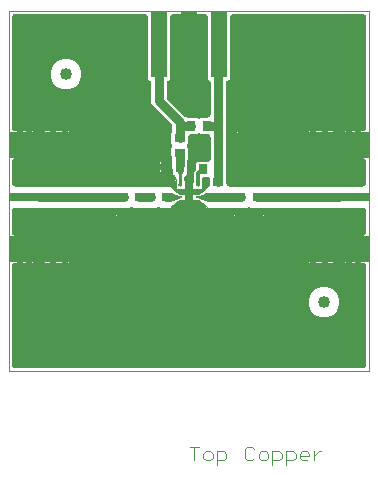
<source format=gbr>
G04 EAGLE Gerber RS-274X export*
G75*
%MOIN*%
%FSLAX34Y34*%
%LPD*%
%INTop Copper*%
%IPPOS*%
%AMOC8*
5,1,8,0,0,1.08239X$1,22.5*%
G01*
%ADD10C,0.000000*%
%ADD11C,0.004000*%
%ADD12R,0.015748X0.007874*%
%ADD13R,0.023622X0.043307*%
%ADD14R,0.200000X0.030000*%
%ADD15R,0.200000X0.090000*%
%ADD16R,0.027000X0.030000*%
%ADD17R,0.027559X0.035433*%
%ADD18R,0.035433X0.027559*%
%ADD19R,0.055000X0.220000*%
%ADD20C,0.040000*%
%ADD21R,0.030000X0.027000*%
%ADD22C,0.025000*%
%ADD23C,0.016000*%
%ADD24C,0.007000*%
%ADD25C,0.002000*%
%ADD26C,0.030000*%
%ADD27C,0.006000*%
%ADD28C,0.001000*%
%ADD29C,0.012000*%
%ADD30C,0.010000*%
%ADD31C,0.008000*%
%ADD32C,0.027000*%
%ADD33C,0.005000*%
%ADD34C,0.018000*%
%ADD35C,0.020000*%
%ADD36C,0.145000*%
%ADD37C,0.020000*%
%ADD38C,0.015000*%
%ADD39C,0.028000*%
%ADD40C,0.003000*%
%ADD41C,0.024000*%
%ADD42C,0.014000*%
%ADD43C,0.018000*%

G36*
X11802Y101D02*
X11802Y101D01*
X11803Y101D01*
X11810Y102D01*
X11818Y102D01*
X11819Y103D01*
X11821Y103D01*
X11828Y105D01*
X11835Y107D01*
X11836Y108D01*
X11838Y108D01*
X11844Y111D01*
X11851Y115D01*
X11852Y116D01*
X11853Y116D01*
X11859Y121D01*
X11865Y125D01*
X11866Y126D01*
X11867Y127D01*
X11872Y132D01*
X11877Y138D01*
X11878Y139D01*
X11879Y140D01*
X11883Y146D01*
X11887Y152D01*
X11888Y154D01*
X11889Y155D01*
X11891Y162D01*
X11894Y168D01*
X11894Y170D01*
X11895Y172D01*
X11897Y179D01*
X11898Y186D01*
X11898Y187D01*
X11899Y189D01*
X11899Y200D01*
X11899Y3510D01*
X11899Y3512D01*
X11899Y3513D01*
X11898Y3520D01*
X11898Y3528D01*
X11897Y3529D01*
X11897Y3531D01*
X11895Y3538D01*
X11893Y3545D01*
X11892Y3546D01*
X11892Y3548D01*
X11889Y3554D01*
X11885Y3561D01*
X11884Y3562D01*
X11884Y3563D01*
X11879Y3569D01*
X11875Y3575D01*
X11874Y3576D01*
X11873Y3577D01*
X11868Y3582D01*
X11862Y3587D01*
X11861Y3588D01*
X11860Y3589D01*
X11854Y3593D01*
X11848Y3597D01*
X11846Y3598D01*
X11845Y3599D01*
X11838Y3601D01*
X11832Y3604D01*
X11830Y3604D01*
X11828Y3605D01*
X11821Y3607D01*
X11814Y3608D01*
X11813Y3608D01*
X11811Y3609D01*
X11800Y3609D01*
X11189Y3609D01*
X11189Y3960D01*
X11189Y3962D01*
X11189Y3963D01*
X11188Y3970D01*
X11188Y3978D01*
X11187Y3979D01*
X11187Y3981D01*
X11185Y3988D01*
X11183Y3995D01*
X11182Y3996D01*
X11182Y3998D01*
X11179Y4004D01*
X11175Y4011D01*
X11174Y4012D01*
X11174Y4013D01*
X11169Y4019D01*
X11165Y4025D01*
X11164Y4026D01*
X11163Y4027D01*
X11158Y4032D01*
X11152Y4037D01*
X11151Y4038D01*
X11150Y4039D01*
X11144Y4043D01*
X11138Y4047D01*
X11136Y4048D01*
X11135Y4049D01*
X11128Y4051D01*
X11122Y4054D01*
X11120Y4054D01*
X11118Y4055D01*
X11111Y4057D01*
X11104Y4058D01*
X11103Y4058D01*
X11101Y4059D01*
X11090Y4059D01*
X10989Y4059D01*
X10989Y4061D01*
X11090Y4061D01*
X11092Y4061D01*
X11093Y4061D01*
X11100Y4062D01*
X11108Y4062D01*
X11109Y4063D01*
X11111Y4063D01*
X11118Y4065D01*
X11125Y4067D01*
X11126Y4068D01*
X11128Y4068D01*
X11134Y4071D01*
X11141Y4075D01*
X11142Y4076D01*
X11143Y4076D01*
X11149Y4081D01*
X11155Y4085D01*
X11156Y4086D01*
X11157Y4087D01*
X11162Y4092D01*
X11167Y4098D01*
X11168Y4099D01*
X11169Y4100D01*
X11173Y4106D01*
X11177Y4112D01*
X11178Y4114D01*
X11179Y4115D01*
X11181Y4122D01*
X11184Y4128D01*
X11184Y4130D01*
X11185Y4132D01*
X11187Y4139D01*
X11188Y4146D01*
X11188Y4147D01*
X11189Y4149D01*
X11189Y4160D01*
X11189Y4511D01*
X11800Y4511D01*
X11802Y4511D01*
X11803Y4511D01*
X11810Y4512D01*
X11818Y4512D01*
X11819Y4513D01*
X11821Y4513D01*
X11828Y4515D01*
X11835Y4517D01*
X11836Y4518D01*
X11838Y4518D01*
X11844Y4521D01*
X11851Y4525D01*
X11852Y4526D01*
X11853Y4526D01*
X11859Y4531D01*
X11865Y4535D01*
X11866Y4536D01*
X11867Y4537D01*
X11872Y4542D01*
X11877Y4548D01*
X11878Y4549D01*
X11879Y4550D01*
X11883Y4556D01*
X11887Y4562D01*
X11888Y4564D01*
X11889Y4565D01*
X11891Y4572D01*
X11894Y4578D01*
X11894Y4580D01*
X11895Y4582D01*
X11897Y4589D01*
X11898Y4596D01*
X11898Y4597D01*
X11899Y4599D01*
X11899Y4610D01*
X11899Y5350D01*
X11899Y5352D01*
X11899Y5353D01*
X11898Y5360D01*
X11898Y5368D01*
X11897Y5369D01*
X11897Y5371D01*
X11895Y5378D01*
X11893Y5385D01*
X11892Y5386D01*
X11892Y5388D01*
X11889Y5394D01*
X11885Y5401D01*
X11884Y5402D01*
X11884Y5403D01*
X11879Y5409D01*
X11875Y5415D01*
X11874Y5416D01*
X11873Y5417D01*
X11868Y5422D01*
X11862Y5427D01*
X11861Y5428D01*
X11860Y5429D01*
X11854Y5433D01*
X11848Y5437D01*
X11846Y5438D01*
X11845Y5439D01*
X11838Y5441D01*
X11832Y5444D01*
X11830Y5444D01*
X11828Y5445D01*
X11821Y5447D01*
X11814Y5448D01*
X11813Y5448D01*
X11811Y5449D01*
X11800Y5449D01*
X8880Y5449D01*
X8878Y5449D01*
X8877Y5449D01*
X8870Y5448D01*
X8862Y5448D01*
X8861Y5447D01*
X8859Y5447D01*
X8852Y5445D01*
X8845Y5443D01*
X8844Y5442D01*
X8842Y5442D01*
X8836Y5439D01*
X8829Y5435D01*
X8828Y5434D01*
X8827Y5434D01*
X8821Y5429D01*
X8815Y5425D01*
X8814Y5424D01*
X8813Y5423D01*
X8808Y5418D01*
X8803Y5412D01*
X8802Y5411D01*
X8801Y5410D01*
X8797Y5404D01*
X8793Y5398D01*
X8792Y5396D01*
X8791Y5395D01*
X8791Y5393D01*
X8719Y5393D01*
X8719Y5394D01*
X8715Y5401D01*
X8714Y5402D01*
X8714Y5403D01*
X8709Y5409D01*
X8705Y5415D01*
X8704Y5416D01*
X8703Y5417D01*
X8698Y5422D01*
X8692Y5427D01*
X8691Y5428D01*
X8690Y5429D01*
X8684Y5433D01*
X8678Y5437D01*
X8676Y5438D01*
X8675Y5439D01*
X8668Y5441D01*
X8662Y5444D01*
X8660Y5444D01*
X8658Y5445D01*
X8651Y5447D01*
X8644Y5448D01*
X8643Y5448D01*
X8641Y5449D01*
X8630Y5449D01*
X8628Y5449D01*
X8627Y5449D01*
X8620Y5448D01*
X8612Y5448D01*
X8611Y5447D01*
X8609Y5447D01*
X8602Y5445D01*
X8595Y5443D01*
X8594Y5442D01*
X8592Y5442D01*
X8586Y5439D01*
X8579Y5435D01*
X8578Y5434D01*
X8577Y5434D01*
X8571Y5429D01*
X8565Y5425D01*
X8564Y5424D01*
X8563Y5423D01*
X8558Y5418D01*
X8553Y5412D01*
X8552Y5411D01*
X8551Y5410D01*
X8547Y5404D01*
X8543Y5398D01*
X8542Y5396D01*
X8541Y5395D01*
X8541Y5393D01*
X8469Y5393D01*
X8469Y5394D01*
X8465Y5401D01*
X8464Y5402D01*
X8464Y5403D01*
X8459Y5409D01*
X8455Y5415D01*
X8454Y5416D01*
X8453Y5417D01*
X8448Y5422D01*
X8442Y5427D01*
X8441Y5428D01*
X8440Y5429D01*
X8434Y5433D01*
X8428Y5437D01*
X8426Y5438D01*
X8425Y5439D01*
X8418Y5441D01*
X8412Y5444D01*
X8410Y5444D01*
X8408Y5445D01*
X8401Y5447D01*
X8394Y5448D01*
X8393Y5448D01*
X8391Y5449D01*
X8380Y5449D01*
X8081Y5449D01*
X8038Y5467D01*
X8031Y5469D01*
X8025Y5471D01*
X8023Y5472D01*
X8021Y5472D01*
X8014Y5473D01*
X8008Y5474D01*
X8006Y5474D01*
X8004Y5475D01*
X7997Y5474D01*
X7990Y5474D01*
X7988Y5474D01*
X7986Y5474D01*
X7979Y5472D01*
X7973Y5471D01*
X7970Y5470D01*
X7969Y5470D01*
X7967Y5469D01*
X7962Y5467D01*
X7919Y5449D01*
X7630Y5449D01*
X7628Y5449D01*
X7627Y5449D01*
X7620Y5448D01*
X7612Y5448D01*
X7611Y5447D01*
X7609Y5447D01*
X7602Y5445D01*
X7595Y5443D01*
X7594Y5442D01*
X7592Y5442D01*
X7586Y5439D01*
X7579Y5435D01*
X7578Y5434D01*
X7577Y5434D01*
X7571Y5429D01*
X7565Y5425D01*
X7564Y5424D01*
X7563Y5423D01*
X7558Y5418D01*
X7553Y5412D01*
X7552Y5411D01*
X7551Y5410D01*
X7547Y5404D01*
X7543Y5398D01*
X7542Y5396D01*
X7541Y5395D01*
X7541Y5393D01*
X7380Y5393D01*
X7219Y5393D01*
X7219Y5394D01*
X7215Y5401D01*
X7214Y5402D01*
X7214Y5403D01*
X7209Y5409D01*
X7205Y5415D01*
X7204Y5416D01*
X7203Y5417D01*
X7198Y5422D01*
X7192Y5427D01*
X7191Y5428D01*
X7190Y5429D01*
X7184Y5433D01*
X7178Y5437D01*
X7176Y5438D01*
X7175Y5439D01*
X7168Y5441D01*
X7162Y5444D01*
X7160Y5444D01*
X7158Y5445D01*
X7151Y5447D01*
X7144Y5448D01*
X7143Y5448D01*
X7141Y5449D01*
X7130Y5449D01*
X6636Y5449D01*
X6635Y5449D01*
X6632Y5449D01*
X6593Y5448D01*
X6592Y5448D01*
X6555Y5463D01*
X6554Y5463D01*
X6551Y5464D01*
X6541Y5468D01*
X6538Y5469D01*
X6536Y5470D01*
X6533Y5471D01*
X6532Y5471D01*
X6530Y5472D01*
X6299Y5557D01*
X6297Y5557D01*
X6295Y5558D01*
X6289Y5560D01*
X6282Y5561D01*
X6280Y5562D01*
X6278Y5562D01*
X6267Y5563D01*
X6265Y5563D01*
X6264Y5563D01*
X6263Y5563D01*
X6177Y5563D01*
X6103Y5594D01*
X6070Y5626D01*
X6069Y5627D01*
X6068Y5629D01*
X6062Y5633D01*
X6057Y5638D01*
X6055Y5638D01*
X6054Y5639D01*
X6048Y5643D01*
X6041Y5646D01*
X6040Y5647D01*
X6038Y5648D01*
X6031Y5650D01*
X6025Y5652D01*
X6023Y5652D01*
X6021Y5653D01*
X6014Y5654D01*
X6007Y5655D01*
X6006Y5655D01*
X6004Y5655D01*
X5997Y5655D01*
X5990Y5655D01*
X5988Y5654D01*
X5986Y5654D01*
X5979Y5653D01*
X5972Y5651D01*
X5971Y5651D01*
X5969Y5650D01*
X5962Y5648D01*
X5956Y5645D01*
X5954Y5644D01*
X5953Y5643D01*
X5947Y5639D01*
X5941Y5636D01*
X5939Y5635D01*
X5938Y5634D01*
X5930Y5626D01*
X5897Y5594D01*
X5823Y5563D01*
X5735Y5563D01*
X5732Y5563D01*
X5729Y5563D01*
X5724Y5562D01*
X5718Y5561D01*
X5715Y5561D01*
X5712Y5560D01*
X5701Y5557D01*
X5471Y5472D01*
X5469Y5472D01*
X5467Y5471D01*
X5463Y5469D01*
X5459Y5468D01*
X5449Y5464D01*
X5447Y5464D01*
X5445Y5463D01*
X5408Y5448D01*
X5407Y5448D01*
X5368Y5449D01*
X5366Y5449D01*
X5364Y5449D01*
X5320Y5449D01*
X5319Y5449D01*
X5317Y5449D01*
X5310Y5448D01*
X5303Y5448D01*
X5301Y5447D01*
X5300Y5447D01*
X5298Y5447D01*
X5266Y5449D01*
X5264Y5449D01*
X5259Y5449D01*
X5061Y5449D01*
X5018Y5467D01*
X5011Y5469D01*
X5005Y5471D01*
X5003Y5472D01*
X5001Y5472D01*
X4994Y5473D01*
X4988Y5474D01*
X4986Y5474D01*
X4984Y5475D01*
X4977Y5474D01*
X4970Y5474D01*
X4968Y5474D01*
X4966Y5474D01*
X4959Y5472D01*
X4953Y5471D01*
X4950Y5470D01*
X4949Y5470D01*
X4947Y5469D01*
X4942Y5467D01*
X4899Y5449D01*
X4171Y5449D01*
X4128Y5467D01*
X4121Y5469D01*
X4115Y5471D01*
X4113Y5472D01*
X4111Y5472D01*
X4104Y5473D01*
X4098Y5474D01*
X4096Y5474D01*
X4094Y5475D01*
X4087Y5474D01*
X4080Y5474D01*
X4078Y5474D01*
X4076Y5474D01*
X4069Y5472D01*
X4063Y5471D01*
X4060Y5470D01*
X4059Y5470D01*
X4057Y5469D01*
X4052Y5467D01*
X4009Y5449D01*
X3690Y5449D01*
X3688Y5449D01*
X3687Y5449D01*
X3680Y5448D01*
X3672Y5448D01*
X3671Y5447D01*
X3669Y5447D01*
X3662Y5445D01*
X3655Y5443D01*
X3654Y5442D01*
X3652Y5442D01*
X3646Y5439D01*
X3639Y5435D01*
X3638Y5434D01*
X3637Y5434D01*
X3631Y5429D01*
X3625Y5425D01*
X3624Y5424D01*
X3623Y5423D01*
X3618Y5418D01*
X3613Y5412D01*
X3612Y5411D01*
X3611Y5410D01*
X3607Y5404D01*
X3603Y5398D01*
X3602Y5396D01*
X3601Y5395D01*
X3601Y5393D01*
X3440Y5393D01*
X3279Y5393D01*
X3279Y5394D01*
X3275Y5401D01*
X3274Y5402D01*
X3274Y5403D01*
X3269Y5409D01*
X3265Y5415D01*
X3264Y5416D01*
X3263Y5417D01*
X3258Y5422D01*
X3252Y5427D01*
X3251Y5428D01*
X3250Y5429D01*
X3244Y5433D01*
X3238Y5437D01*
X3236Y5438D01*
X3235Y5439D01*
X3228Y5441D01*
X3222Y5444D01*
X3220Y5444D01*
X3218Y5445D01*
X3211Y5447D01*
X3204Y5448D01*
X3203Y5448D01*
X3201Y5449D01*
X3190Y5449D01*
X200Y5449D01*
X198Y5449D01*
X197Y5449D01*
X190Y5448D01*
X182Y5448D01*
X181Y5447D01*
X179Y5447D01*
X172Y5445D01*
X165Y5443D01*
X164Y5442D01*
X162Y5442D01*
X156Y5439D01*
X149Y5435D01*
X148Y5434D01*
X147Y5434D01*
X141Y5429D01*
X135Y5425D01*
X134Y5424D01*
X133Y5423D01*
X128Y5418D01*
X123Y5412D01*
X122Y5411D01*
X121Y5410D01*
X117Y5404D01*
X113Y5398D01*
X112Y5396D01*
X111Y5395D01*
X109Y5388D01*
X106Y5382D01*
X106Y5380D01*
X105Y5378D01*
X103Y5371D01*
X102Y5364D01*
X102Y5363D01*
X101Y5361D01*
X101Y5350D01*
X101Y4610D01*
X101Y4608D01*
X101Y4607D01*
X102Y4600D01*
X102Y4592D01*
X103Y4591D01*
X103Y4589D01*
X105Y4582D01*
X107Y4575D01*
X108Y4574D01*
X108Y4572D01*
X111Y4566D01*
X115Y4559D01*
X116Y4558D01*
X116Y4557D01*
X121Y4551D01*
X125Y4545D01*
X126Y4544D01*
X127Y4543D01*
X132Y4538D01*
X138Y4533D01*
X139Y4532D01*
X140Y4531D01*
X146Y4527D01*
X152Y4523D01*
X154Y4522D01*
X155Y4521D01*
X162Y4519D01*
X168Y4516D01*
X170Y4516D01*
X172Y4515D01*
X179Y4513D01*
X186Y4512D01*
X187Y4512D01*
X189Y4511D01*
X200Y4511D01*
X811Y4511D01*
X811Y4160D01*
X811Y4158D01*
X811Y4157D01*
X812Y4150D01*
X812Y4142D01*
X813Y4141D01*
X813Y4139D01*
X815Y4132D01*
X817Y4125D01*
X818Y4124D01*
X818Y4122D01*
X821Y4116D01*
X825Y4109D01*
X826Y4108D01*
X826Y4107D01*
X831Y4101D01*
X835Y4095D01*
X836Y4094D01*
X837Y4093D01*
X842Y4088D01*
X848Y4083D01*
X849Y4082D01*
X850Y4081D01*
X856Y4077D01*
X862Y4073D01*
X864Y4072D01*
X865Y4071D01*
X872Y4069D01*
X878Y4066D01*
X880Y4066D01*
X882Y4065D01*
X889Y4063D01*
X896Y4062D01*
X897Y4062D01*
X899Y4061D01*
X910Y4061D01*
X1011Y4061D01*
X1011Y4059D01*
X910Y4059D01*
X908Y4059D01*
X907Y4059D01*
X900Y4058D01*
X892Y4058D01*
X891Y4057D01*
X889Y4057D01*
X882Y4055D01*
X875Y4053D01*
X874Y4052D01*
X872Y4052D01*
X866Y4049D01*
X859Y4045D01*
X858Y4044D01*
X857Y4044D01*
X851Y4039D01*
X845Y4035D01*
X844Y4034D01*
X843Y4033D01*
X838Y4028D01*
X833Y4022D01*
X832Y4021D01*
X831Y4020D01*
X827Y4014D01*
X823Y4008D01*
X822Y4006D01*
X821Y4005D01*
X819Y3998D01*
X816Y3992D01*
X816Y3990D01*
X815Y3988D01*
X813Y3981D01*
X812Y3974D01*
X812Y3973D01*
X811Y3971D01*
X811Y3960D01*
X811Y3609D01*
X200Y3609D01*
X198Y3609D01*
X197Y3609D01*
X190Y3608D01*
X182Y3608D01*
X181Y3607D01*
X179Y3607D01*
X172Y3605D01*
X165Y3603D01*
X164Y3602D01*
X162Y3602D01*
X156Y3599D01*
X149Y3595D01*
X148Y3594D01*
X147Y3594D01*
X141Y3589D01*
X135Y3585D01*
X134Y3584D01*
X133Y3583D01*
X128Y3578D01*
X123Y3572D01*
X122Y3571D01*
X121Y3570D01*
X117Y3564D01*
X113Y3558D01*
X112Y3556D01*
X111Y3555D01*
X109Y3548D01*
X106Y3542D01*
X106Y3540D01*
X105Y3538D01*
X103Y3531D01*
X102Y3524D01*
X102Y3523D01*
X101Y3521D01*
X101Y3510D01*
X101Y200D01*
X101Y198D01*
X101Y197D01*
X102Y190D01*
X102Y182D01*
X103Y181D01*
X103Y179D01*
X105Y172D01*
X107Y165D01*
X108Y164D01*
X108Y162D01*
X111Y156D01*
X115Y149D01*
X116Y148D01*
X116Y147D01*
X121Y141D01*
X125Y135D01*
X126Y134D01*
X127Y133D01*
X132Y128D01*
X138Y123D01*
X139Y122D01*
X140Y121D01*
X146Y117D01*
X152Y113D01*
X154Y112D01*
X155Y111D01*
X162Y109D01*
X168Y106D01*
X170Y106D01*
X172Y105D01*
X179Y103D01*
X186Y102D01*
X187Y102D01*
X189Y101D01*
X200Y101D01*
X11800Y101D01*
X11802Y101D01*
G37*
G36*
X4983Y6126D02*
X4983Y6126D01*
X4990Y6126D01*
X4992Y6126D01*
X4994Y6126D01*
X5001Y6128D01*
X5007Y6129D01*
X5010Y6130D01*
X5011Y6130D01*
X5013Y6131D01*
X5018Y6133D01*
X5061Y6151D01*
X5259Y6151D01*
X5261Y6151D01*
X5266Y6151D01*
X5299Y6153D01*
X5306Y6152D01*
X5308Y6152D01*
X5309Y6151D01*
X5320Y6151D01*
X5364Y6151D01*
X5365Y6151D01*
X5368Y6151D01*
X5407Y6152D01*
X5408Y6152D01*
X5411Y6152D01*
X5412Y6152D01*
X5414Y6151D01*
X5425Y6151D01*
X5426Y6151D01*
X5428Y6151D01*
X5429Y6151D01*
X5436Y6152D01*
X5444Y6152D01*
X5445Y6153D01*
X5447Y6153D01*
X5454Y6155D01*
X5461Y6157D01*
X5462Y6158D01*
X5464Y6158D01*
X5470Y6161D01*
X5477Y6165D01*
X5478Y6166D01*
X5479Y6166D01*
X5485Y6171D01*
X5491Y6175D01*
X5492Y6176D01*
X5493Y6177D01*
X5498Y6182D01*
X5503Y6188D01*
X5504Y6189D01*
X5505Y6190D01*
X5509Y6196D01*
X5513Y6202D01*
X5514Y6204D01*
X5515Y6205D01*
X5517Y6212D01*
X5520Y6218D01*
X5520Y6220D01*
X5521Y6222D01*
X5523Y6229D01*
X5524Y6236D01*
X5524Y6237D01*
X5525Y6239D01*
X5525Y6250D01*
X5525Y6283D01*
X5529Y6288D01*
X5529Y6290D01*
X5530Y6292D01*
X5533Y6298D01*
X5535Y6305D01*
X5535Y6307D01*
X5536Y6308D01*
X5537Y6315D01*
X5539Y6322D01*
X5539Y6325D01*
X5539Y6326D01*
X5539Y6328D01*
X5539Y6333D01*
X5539Y6458D01*
X5539Y6465D01*
X5538Y6472D01*
X5538Y6474D01*
X5538Y6476D01*
X5536Y6482D01*
X5534Y6489D01*
X5534Y6491D01*
X5533Y6493D01*
X5530Y6499D01*
X5527Y6505D01*
X5526Y6507D01*
X5525Y6509D01*
X5521Y6514D01*
X5518Y6520D01*
X5516Y6522D01*
X5515Y6523D01*
X5514Y6524D01*
X5510Y6528D01*
X5436Y6603D01*
X5429Y6609D01*
X5422Y6614D01*
X5414Y6619D01*
X5407Y6623D01*
X5398Y6626D01*
X5390Y6629D01*
X5381Y6630D01*
X5373Y6632D01*
X5364Y6631D01*
X5355Y6631D01*
X5347Y6630D01*
X5338Y6628D01*
X5337Y6628D01*
X5327Y6624D01*
X5322Y6622D01*
X5283Y6622D01*
X5283Y6800D01*
X5283Y6978D01*
X5313Y6978D01*
X5314Y6978D01*
X5316Y6978D01*
X5323Y6979D01*
X5330Y6979D01*
X5332Y6980D01*
X5334Y6980D01*
X5341Y6982D01*
X5347Y6984D01*
X5349Y6985D01*
X5351Y6985D01*
X5357Y6989D01*
X5363Y6992D01*
X5365Y6993D01*
X5366Y6993D01*
X5372Y6998D01*
X5378Y7002D01*
X5379Y7003D01*
X5380Y7004D01*
X5385Y7010D01*
X5390Y7015D01*
X5391Y7016D01*
X5392Y7017D01*
X5396Y7023D01*
X5400Y7029D01*
X5401Y7031D01*
X5401Y7032D01*
X5404Y7039D01*
X5407Y7046D01*
X5407Y7047D01*
X5408Y7049D01*
X5409Y7056D01*
X5411Y7063D01*
X5411Y7064D01*
X5411Y7066D01*
X5412Y7077D01*
X5412Y7434D01*
X5418Y7440D01*
X5419Y7441D01*
X5421Y7442D01*
X5425Y7448D01*
X5430Y7453D01*
X5430Y7455D01*
X5431Y7456D01*
X5435Y7462D01*
X5438Y7469D01*
X5439Y7470D01*
X5440Y7472D01*
X5442Y7479D01*
X5444Y7485D01*
X5445Y7487D01*
X5445Y7489D01*
X5446Y7496D01*
X5447Y7503D01*
X5447Y7504D01*
X5447Y7506D01*
X5447Y7513D01*
X5447Y7520D01*
X5446Y7522D01*
X5446Y7524D01*
X5445Y7531D01*
X5443Y7538D01*
X5443Y7539D01*
X5442Y7541D01*
X5440Y7548D01*
X5437Y7554D01*
X5436Y7556D01*
X5435Y7557D01*
X5431Y7563D01*
X5428Y7569D01*
X5427Y7571D01*
X5426Y7572D01*
X5418Y7580D01*
X5412Y7586D01*
X5412Y7946D01*
X5415Y7949D01*
X5419Y7954D01*
X5420Y7956D01*
X5422Y7957D01*
X5425Y7963D01*
X5429Y7969D01*
X5429Y7971D01*
X5430Y7972D01*
X5433Y7979D01*
X5435Y7985D01*
X5435Y7987D01*
X5436Y7989D01*
X5437Y7996D01*
X5439Y8003D01*
X5439Y8005D01*
X5439Y8007D01*
X5439Y8008D01*
X5439Y8014D01*
X5439Y8165D01*
X5439Y8172D01*
X5438Y8179D01*
X5438Y8181D01*
X5438Y8183D01*
X5436Y8189D01*
X5434Y8196D01*
X5434Y8198D01*
X5433Y8200D01*
X5430Y8206D01*
X5427Y8212D01*
X5426Y8214D01*
X5425Y8216D01*
X5421Y8221D01*
X5418Y8227D01*
X5416Y8229D01*
X5415Y8230D01*
X5414Y8231D01*
X5410Y8235D01*
X4787Y8858D01*
X4749Y8950D01*
X4749Y9590D01*
X4749Y9592D01*
X4749Y9593D01*
X4748Y9600D01*
X4748Y9608D01*
X4747Y9609D01*
X4747Y9611D01*
X4745Y9618D01*
X4743Y9625D01*
X4742Y9626D01*
X4742Y9628D01*
X4739Y9634D01*
X4735Y9641D01*
X4734Y9642D01*
X4734Y9643D01*
X4729Y9649D01*
X4725Y9655D01*
X4724Y9656D01*
X4723Y9657D01*
X4718Y9662D01*
X4712Y9667D01*
X4711Y9668D01*
X4710Y9669D01*
X4704Y9673D01*
X4698Y9677D01*
X4696Y9678D01*
X4695Y9679D01*
X4693Y9679D01*
X4624Y9748D01*
X4624Y11800D01*
X4624Y11802D01*
X4624Y11803D01*
X4623Y11810D01*
X4623Y11818D01*
X4622Y11819D01*
X4622Y11821D01*
X4620Y11828D01*
X4618Y11835D01*
X4617Y11836D01*
X4617Y11838D01*
X4614Y11844D01*
X4610Y11851D01*
X4609Y11852D01*
X4609Y11853D01*
X4604Y11859D01*
X4600Y11865D01*
X4599Y11866D01*
X4598Y11867D01*
X4593Y11872D01*
X4587Y11877D01*
X4586Y11878D01*
X4585Y11879D01*
X4579Y11883D01*
X4573Y11887D01*
X4571Y11888D01*
X4570Y11889D01*
X4563Y11891D01*
X4557Y11894D01*
X4555Y11894D01*
X4553Y11895D01*
X4546Y11897D01*
X4539Y11898D01*
X4538Y11898D01*
X4536Y11899D01*
X4525Y11899D01*
X200Y11899D01*
X198Y11899D01*
X197Y11899D01*
X190Y11898D01*
X182Y11898D01*
X181Y11897D01*
X179Y11897D01*
X172Y11895D01*
X165Y11893D01*
X164Y11892D01*
X162Y11892D01*
X156Y11889D01*
X149Y11885D01*
X148Y11884D01*
X147Y11884D01*
X141Y11879D01*
X135Y11875D01*
X134Y11874D01*
X133Y11873D01*
X128Y11868D01*
X123Y11862D01*
X122Y11861D01*
X121Y11860D01*
X117Y11854D01*
X113Y11848D01*
X112Y11846D01*
X111Y11845D01*
X109Y11838D01*
X106Y11832D01*
X106Y11830D01*
X105Y11828D01*
X103Y11821D01*
X102Y11814D01*
X102Y11813D01*
X101Y11811D01*
X101Y11800D01*
X101Y8090D01*
X101Y8088D01*
X101Y8087D01*
X102Y8080D01*
X102Y8072D01*
X103Y8071D01*
X103Y8069D01*
X105Y8062D01*
X107Y8055D01*
X108Y8054D01*
X108Y8052D01*
X111Y8046D01*
X115Y8039D01*
X116Y8038D01*
X116Y8037D01*
X121Y8031D01*
X125Y8025D01*
X126Y8024D01*
X127Y8023D01*
X132Y8018D01*
X138Y8013D01*
X139Y8012D01*
X140Y8011D01*
X146Y8007D01*
X152Y8003D01*
X154Y8002D01*
X155Y8001D01*
X162Y7999D01*
X168Y7996D01*
X170Y7996D01*
X172Y7995D01*
X179Y7993D01*
X186Y7992D01*
X187Y7992D01*
X189Y7991D01*
X200Y7991D01*
X811Y7991D01*
X811Y7640D01*
X811Y7638D01*
X811Y7637D01*
X812Y7630D01*
X812Y7622D01*
X813Y7621D01*
X813Y7619D01*
X815Y7612D01*
X817Y7605D01*
X818Y7604D01*
X818Y7602D01*
X821Y7596D01*
X825Y7589D01*
X826Y7588D01*
X826Y7587D01*
X831Y7581D01*
X835Y7575D01*
X836Y7574D01*
X837Y7573D01*
X842Y7568D01*
X848Y7563D01*
X849Y7562D01*
X850Y7561D01*
X856Y7557D01*
X862Y7553D01*
X864Y7552D01*
X865Y7551D01*
X872Y7549D01*
X878Y7546D01*
X880Y7546D01*
X882Y7545D01*
X889Y7543D01*
X896Y7542D01*
X897Y7542D01*
X899Y7541D01*
X910Y7541D01*
X1011Y7541D01*
X1011Y7539D01*
X910Y7539D01*
X908Y7539D01*
X907Y7539D01*
X900Y7538D01*
X892Y7538D01*
X891Y7537D01*
X889Y7537D01*
X882Y7535D01*
X875Y7533D01*
X874Y7532D01*
X872Y7532D01*
X866Y7529D01*
X859Y7525D01*
X858Y7524D01*
X857Y7524D01*
X851Y7519D01*
X845Y7515D01*
X844Y7514D01*
X843Y7513D01*
X838Y7508D01*
X833Y7502D01*
X832Y7501D01*
X831Y7500D01*
X827Y7494D01*
X823Y7488D01*
X822Y7486D01*
X821Y7485D01*
X819Y7478D01*
X816Y7472D01*
X816Y7470D01*
X815Y7468D01*
X813Y7461D01*
X812Y7454D01*
X812Y7453D01*
X811Y7451D01*
X811Y7440D01*
X811Y7089D01*
X200Y7089D01*
X198Y7089D01*
X197Y7089D01*
X190Y7088D01*
X182Y7088D01*
X181Y7087D01*
X179Y7087D01*
X172Y7085D01*
X165Y7083D01*
X164Y7082D01*
X162Y7082D01*
X156Y7079D01*
X149Y7075D01*
X148Y7074D01*
X147Y7074D01*
X141Y7069D01*
X135Y7065D01*
X134Y7064D01*
X133Y7063D01*
X128Y7058D01*
X123Y7052D01*
X122Y7051D01*
X121Y7050D01*
X117Y7044D01*
X113Y7038D01*
X112Y7036D01*
X111Y7035D01*
X109Y7028D01*
X106Y7022D01*
X106Y7020D01*
X105Y7018D01*
X103Y7011D01*
X102Y7004D01*
X102Y7003D01*
X101Y7001D01*
X101Y6990D01*
X101Y6250D01*
X101Y6248D01*
X101Y6247D01*
X102Y6240D01*
X102Y6232D01*
X103Y6231D01*
X103Y6229D01*
X105Y6222D01*
X107Y6215D01*
X108Y6214D01*
X108Y6212D01*
X111Y6206D01*
X115Y6199D01*
X116Y6198D01*
X116Y6197D01*
X121Y6191D01*
X125Y6185D01*
X126Y6184D01*
X127Y6183D01*
X132Y6178D01*
X138Y6173D01*
X139Y6172D01*
X140Y6171D01*
X146Y6167D01*
X152Y6163D01*
X154Y6162D01*
X155Y6161D01*
X162Y6159D01*
X168Y6156D01*
X170Y6156D01*
X172Y6155D01*
X179Y6153D01*
X186Y6152D01*
X187Y6152D01*
X189Y6151D01*
X200Y6151D01*
X4009Y6151D01*
X4052Y6133D01*
X4059Y6131D01*
X4065Y6129D01*
X4067Y6128D01*
X4069Y6128D01*
X4076Y6127D01*
X4082Y6126D01*
X4084Y6126D01*
X4086Y6125D01*
X4093Y6126D01*
X4100Y6126D01*
X4102Y6126D01*
X4104Y6126D01*
X4111Y6128D01*
X4117Y6129D01*
X4120Y6130D01*
X4121Y6130D01*
X4123Y6131D01*
X4128Y6133D01*
X4171Y6151D01*
X4899Y6151D01*
X4942Y6133D01*
X4949Y6131D01*
X4955Y6129D01*
X4957Y6128D01*
X4959Y6128D01*
X4966Y6127D01*
X4972Y6126D01*
X4974Y6126D01*
X4976Y6125D01*
X4983Y6126D01*
G37*
G36*
X8003Y6126D02*
X8003Y6126D01*
X8010Y6126D01*
X8012Y6126D01*
X8014Y6126D01*
X8021Y6128D01*
X8027Y6129D01*
X8030Y6130D01*
X8031Y6130D01*
X8033Y6131D01*
X8038Y6133D01*
X8081Y6151D01*
X11800Y6151D01*
X11802Y6151D01*
X11803Y6151D01*
X11810Y6152D01*
X11818Y6152D01*
X11819Y6153D01*
X11821Y6153D01*
X11828Y6155D01*
X11835Y6157D01*
X11836Y6158D01*
X11838Y6158D01*
X11844Y6161D01*
X11851Y6165D01*
X11852Y6166D01*
X11853Y6166D01*
X11859Y6171D01*
X11865Y6175D01*
X11866Y6176D01*
X11867Y6177D01*
X11872Y6182D01*
X11877Y6188D01*
X11878Y6189D01*
X11879Y6190D01*
X11883Y6196D01*
X11887Y6202D01*
X11888Y6204D01*
X11889Y6205D01*
X11891Y6212D01*
X11894Y6218D01*
X11894Y6220D01*
X11895Y6222D01*
X11897Y6229D01*
X11898Y6236D01*
X11898Y6237D01*
X11899Y6239D01*
X11899Y6250D01*
X11899Y6990D01*
X11899Y6992D01*
X11899Y6993D01*
X11898Y7000D01*
X11898Y7008D01*
X11897Y7009D01*
X11897Y7011D01*
X11895Y7018D01*
X11893Y7025D01*
X11892Y7026D01*
X11892Y7028D01*
X11889Y7034D01*
X11885Y7041D01*
X11884Y7042D01*
X11884Y7043D01*
X11879Y7049D01*
X11875Y7055D01*
X11874Y7056D01*
X11873Y7057D01*
X11868Y7062D01*
X11862Y7067D01*
X11861Y7068D01*
X11860Y7069D01*
X11854Y7073D01*
X11848Y7077D01*
X11846Y7078D01*
X11845Y7079D01*
X11838Y7081D01*
X11832Y7084D01*
X11830Y7084D01*
X11828Y7085D01*
X11821Y7087D01*
X11814Y7088D01*
X11813Y7088D01*
X11811Y7089D01*
X11800Y7089D01*
X11189Y7089D01*
X11189Y7440D01*
X11189Y7442D01*
X11189Y7443D01*
X11188Y7450D01*
X11188Y7458D01*
X11187Y7459D01*
X11187Y7461D01*
X11185Y7468D01*
X11183Y7475D01*
X11182Y7476D01*
X11182Y7478D01*
X11179Y7484D01*
X11175Y7491D01*
X11174Y7492D01*
X11174Y7493D01*
X11169Y7499D01*
X11165Y7505D01*
X11164Y7506D01*
X11163Y7507D01*
X11158Y7512D01*
X11152Y7517D01*
X11151Y7518D01*
X11150Y7519D01*
X11144Y7523D01*
X11138Y7527D01*
X11136Y7528D01*
X11135Y7529D01*
X11128Y7531D01*
X11122Y7534D01*
X11120Y7534D01*
X11118Y7535D01*
X11111Y7537D01*
X11104Y7538D01*
X11103Y7538D01*
X11101Y7539D01*
X11090Y7539D01*
X10989Y7539D01*
X10989Y7541D01*
X11090Y7541D01*
X11092Y7541D01*
X11093Y7541D01*
X11100Y7542D01*
X11108Y7542D01*
X11109Y7543D01*
X11111Y7543D01*
X11118Y7545D01*
X11125Y7547D01*
X11126Y7548D01*
X11128Y7548D01*
X11134Y7551D01*
X11141Y7555D01*
X11142Y7556D01*
X11143Y7556D01*
X11149Y7561D01*
X11155Y7565D01*
X11156Y7566D01*
X11157Y7567D01*
X11162Y7572D01*
X11167Y7578D01*
X11168Y7579D01*
X11169Y7580D01*
X11173Y7586D01*
X11177Y7592D01*
X11178Y7594D01*
X11179Y7595D01*
X11181Y7602D01*
X11184Y7608D01*
X11184Y7610D01*
X11185Y7612D01*
X11187Y7619D01*
X11188Y7626D01*
X11188Y7627D01*
X11189Y7629D01*
X11189Y7640D01*
X11189Y7991D01*
X11800Y7991D01*
X11802Y7991D01*
X11803Y7991D01*
X11810Y7992D01*
X11818Y7992D01*
X11819Y7993D01*
X11821Y7993D01*
X11828Y7995D01*
X11835Y7997D01*
X11836Y7998D01*
X11838Y7998D01*
X11844Y8001D01*
X11851Y8005D01*
X11852Y8006D01*
X11853Y8006D01*
X11859Y8011D01*
X11865Y8015D01*
X11866Y8016D01*
X11867Y8017D01*
X11872Y8022D01*
X11877Y8028D01*
X11878Y8029D01*
X11879Y8030D01*
X11883Y8036D01*
X11887Y8042D01*
X11888Y8044D01*
X11889Y8045D01*
X11891Y8052D01*
X11894Y8058D01*
X11894Y8060D01*
X11895Y8062D01*
X11897Y8069D01*
X11898Y8076D01*
X11898Y8077D01*
X11899Y8079D01*
X11899Y8090D01*
X11899Y11800D01*
X11899Y11802D01*
X11899Y11803D01*
X11898Y11810D01*
X11898Y11818D01*
X11897Y11819D01*
X11897Y11821D01*
X11895Y11828D01*
X11893Y11835D01*
X11892Y11836D01*
X11892Y11838D01*
X11889Y11844D01*
X11885Y11851D01*
X11884Y11852D01*
X11884Y11853D01*
X11879Y11859D01*
X11875Y11865D01*
X11874Y11866D01*
X11873Y11867D01*
X11868Y11872D01*
X11862Y11877D01*
X11861Y11878D01*
X11860Y11879D01*
X11854Y11883D01*
X11848Y11887D01*
X11846Y11888D01*
X11845Y11889D01*
X11838Y11891D01*
X11832Y11894D01*
X11830Y11894D01*
X11828Y11895D01*
X11821Y11897D01*
X11814Y11898D01*
X11813Y11898D01*
X11811Y11899D01*
X11800Y11899D01*
X7475Y11899D01*
X7473Y11899D01*
X7472Y11899D01*
X7465Y11898D01*
X7457Y11898D01*
X7456Y11897D01*
X7454Y11897D01*
X7447Y11895D01*
X7440Y11893D01*
X7439Y11892D01*
X7437Y11892D01*
X7431Y11889D01*
X7424Y11885D01*
X7423Y11884D01*
X7422Y11884D01*
X7416Y11879D01*
X7410Y11875D01*
X7409Y11874D01*
X7408Y11873D01*
X7403Y11868D01*
X7398Y11862D01*
X7397Y11861D01*
X7396Y11860D01*
X7392Y11854D01*
X7388Y11848D01*
X7387Y11846D01*
X7386Y11845D01*
X7384Y11838D01*
X7381Y11832D01*
X7381Y11830D01*
X7380Y11828D01*
X7378Y11821D01*
X7377Y11814D01*
X7377Y11813D01*
X7376Y11811D01*
X7376Y11800D01*
X7376Y9748D01*
X7317Y9689D01*
X7310Y9688D01*
X7302Y9688D01*
X7301Y9687D01*
X7299Y9687D01*
X7292Y9685D01*
X7285Y9683D01*
X7284Y9682D01*
X7282Y9682D01*
X7276Y9679D01*
X7269Y9675D01*
X7268Y9674D01*
X7267Y9674D01*
X7261Y9669D01*
X7255Y9665D01*
X7254Y9664D01*
X7253Y9663D01*
X7248Y9658D01*
X7243Y9652D01*
X7242Y9651D01*
X7241Y9650D01*
X7237Y9644D01*
X7233Y9638D01*
X7232Y9636D01*
X7231Y9635D01*
X7229Y9628D01*
X7226Y9622D01*
X7226Y9620D01*
X7225Y9618D01*
X7223Y9611D01*
X7222Y9604D01*
X7222Y9603D01*
X7221Y9601D01*
X7221Y9590D01*
X7221Y8054D01*
X7221Y8050D01*
X7221Y8047D01*
X7222Y8042D01*
X7222Y8036D01*
X7223Y8033D01*
X7224Y8029D01*
X7226Y8024D01*
X7227Y8019D01*
X7228Y8016D01*
X7230Y8013D01*
X7232Y8008D01*
X7235Y8003D01*
X7237Y8000D01*
X7238Y7997D01*
X7242Y7993D01*
X7245Y7989D01*
X7247Y7986D01*
X7250Y7984D01*
X7254Y7980D01*
X7258Y7977D01*
X7260Y7975D01*
X7263Y7972D01*
X7268Y7970D01*
X7272Y7967D01*
X7275Y7965D01*
X7278Y7964D01*
X7284Y7962D01*
X7288Y7960D01*
X7292Y7959D01*
X7295Y7958D01*
X7300Y7957D01*
X7306Y7956D01*
X7309Y7955D01*
X7312Y7955D01*
X7318Y7955D01*
X7323Y7955D01*
X7327Y7955D01*
X7330Y7955D01*
X7335Y7956D01*
X7341Y7957D01*
X7344Y7958D01*
X7345Y7958D01*
X7387Y7958D01*
X7387Y7780D01*
X7387Y7602D01*
X7345Y7602D01*
X7341Y7603D01*
X7338Y7604D01*
X7334Y7604D01*
X7329Y7605D01*
X7324Y7605D01*
X7320Y7605D01*
X7317Y7605D01*
X7311Y7605D01*
X7306Y7604D01*
X7303Y7604D01*
X7299Y7603D01*
X7294Y7602D01*
X7289Y7600D01*
X7286Y7599D01*
X7282Y7598D01*
X7278Y7596D01*
X7273Y7593D01*
X7270Y7592D01*
X7267Y7590D01*
X7262Y7587D01*
X7258Y7584D01*
X7255Y7581D01*
X7253Y7579D01*
X7249Y7575D01*
X7245Y7571D01*
X7243Y7569D01*
X7241Y7566D01*
X7238Y7561D01*
X7235Y7557D01*
X7233Y7554D01*
X7231Y7551D01*
X7229Y7546D01*
X7227Y7541D01*
X7226Y7538D01*
X7225Y7535D01*
X7224Y7529D01*
X7222Y7524D01*
X7222Y7521D01*
X7221Y7517D01*
X7221Y7507D01*
X7221Y7506D01*
X7221Y7457D01*
X7221Y7456D01*
X7221Y7454D01*
X7222Y7447D01*
X7222Y7440D01*
X7223Y7438D01*
X7223Y7436D01*
X7225Y7429D01*
X7227Y7423D01*
X7228Y7421D01*
X7228Y7419D01*
X7231Y7413D01*
X7235Y7407D01*
X7236Y7405D01*
X7236Y7404D01*
X7241Y7398D01*
X7245Y7392D01*
X7246Y7391D01*
X7247Y7390D01*
X7252Y7385D01*
X7258Y7380D01*
X7259Y7379D01*
X7260Y7378D01*
X7266Y7374D01*
X7272Y7370D01*
X7274Y7369D01*
X7275Y7369D01*
X7282Y7366D01*
X7288Y7363D01*
X7290Y7363D01*
X7292Y7362D01*
X7299Y7361D01*
X7306Y7359D01*
X7307Y7359D01*
X7309Y7359D01*
X7320Y7358D01*
X7377Y7358D01*
X7377Y7180D01*
X7377Y7002D01*
X7320Y7002D01*
X7318Y7002D01*
X7317Y7002D01*
X7310Y7001D01*
X7302Y7001D01*
X7301Y7000D01*
X7299Y7000D01*
X7292Y6998D01*
X7285Y6996D01*
X7284Y6995D01*
X7282Y6995D01*
X7276Y6991D01*
X7269Y6988D01*
X7268Y6987D01*
X7267Y6987D01*
X7261Y6982D01*
X7255Y6978D01*
X7254Y6977D01*
X7253Y6976D01*
X7248Y6970D01*
X7243Y6965D01*
X7242Y6964D01*
X7241Y6963D01*
X7237Y6957D01*
X7233Y6951D01*
X7232Y6949D01*
X7231Y6948D01*
X7229Y6941D01*
X7226Y6934D01*
X7226Y6933D01*
X7225Y6931D01*
X7223Y6924D01*
X7222Y6917D01*
X7222Y6916D01*
X7221Y6914D01*
X7221Y6903D01*
X7221Y6564D01*
X7221Y6557D01*
X7222Y6550D01*
X7222Y6548D01*
X7222Y6546D01*
X7224Y6539D01*
X7226Y6533D01*
X7226Y6531D01*
X7227Y6529D01*
X7230Y6523D01*
X7233Y6517D01*
X7234Y6515D01*
X7235Y6513D01*
X7239Y6508D01*
X7242Y6502D01*
X7244Y6500D01*
X7245Y6499D01*
X7246Y6497D01*
X7248Y6496D01*
X7248Y6250D01*
X7248Y6248D01*
X7248Y6247D01*
X7249Y6240D01*
X7249Y6232D01*
X7250Y6231D01*
X7250Y6229D01*
X7252Y6222D01*
X7254Y6215D01*
X7255Y6214D01*
X7255Y6212D01*
X7259Y6206D01*
X7262Y6199D01*
X7263Y6198D01*
X7263Y6197D01*
X7268Y6191D01*
X7272Y6185D01*
X7273Y6184D01*
X7274Y6183D01*
X7280Y6178D01*
X7285Y6173D01*
X7286Y6172D01*
X7287Y6171D01*
X7293Y6167D01*
X7299Y6163D01*
X7301Y6162D01*
X7302Y6161D01*
X7309Y6159D01*
X7316Y6156D01*
X7317Y6156D01*
X7319Y6155D01*
X7326Y6153D01*
X7333Y6152D01*
X7334Y6152D01*
X7336Y6151D01*
X7347Y6151D01*
X7919Y6151D01*
X7962Y6133D01*
X7969Y6131D01*
X7975Y6129D01*
X7977Y6128D01*
X7979Y6128D01*
X7986Y6127D01*
X7992Y6126D01*
X7994Y6126D01*
X7996Y6125D01*
X8003Y6126D01*
G37*
G36*
X6333Y8413D02*
X6333Y8413D01*
X6340Y8413D01*
X6342Y8414D01*
X6344Y8414D01*
X6351Y8415D01*
X6358Y8417D01*
X6359Y8417D01*
X6361Y8418D01*
X6368Y8420D01*
X6374Y8423D01*
X6376Y8424D01*
X6377Y8425D01*
X6383Y8429D01*
X6389Y8432D01*
X6391Y8433D01*
X6392Y8434D01*
X6400Y8442D01*
X6406Y8448D01*
X6620Y8448D01*
X6622Y8448D01*
X6623Y8448D01*
X6630Y8449D01*
X6638Y8449D01*
X6639Y8450D01*
X6641Y8450D01*
X6648Y8452D01*
X6655Y8454D01*
X6656Y8455D01*
X6658Y8455D01*
X6664Y8459D01*
X6671Y8462D01*
X6672Y8463D01*
X6673Y8463D01*
X6679Y8468D01*
X6685Y8472D01*
X6686Y8473D01*
X6687Y8474D01*
X6692Y8480D01*
X6697Y8485D01*
X6698Y8486D01*
X6699Y8487D01*
X6703Y8493D01*
X6707Y8499D01*
X6708Y8501D01*
X6709Y8502D01*
X6711Y8509D01*
X6714Y8516D01*
X6714Y8517D01*
X6715Y8519D01*
X6717Y8526D01*
X6718Y8533D01*
X6718Y8534D01*
X6719Y8536D01*
X6719Y8547D01*
X6719Y9612D01*
X6719Y9619D01*
X6718Y9626D01*
X6718Y9628D01*
X6718Y9630D01*
X6716Y9636D01*
X6714Y9643D01*
X6714Y9645D01*
X6713Y9647D01*
X6710Y9653D01*
X6707Y9659D01*
X6706Y9661D01*
X6705Y9663D01*
X6701Y9668D01*
X6698Y9674D01*
X6696Y9676D01*
X6695Y9677D01*
X6694Y9678D01*
X6690Y9682D01*
X6624Y9748D01*
X6624Y11800D01*
X6624Y11802D01*
X6624Y11803D01*
X6623Y11810D01*
X6623Y11818D01*
X6622Y11819D01*
X6622Y11821D01*
X6620Y11828D01*
X6618Y11835D01*
X6617Y11836D01*
X6617Y11838D01*
X6614Y11844D01*
X6610Y11851D01*
X6609Y11852D01*
X6609Y11853D01*
X6604Y11859D01*
X6600Y11865D01*
X6599Y11866D01*
X6598Y11867D01*
X6593Y11872D01*
X6587Y11877D01*
X6586Y11878D01*
X6585Y11879D01*
X6579Y11883D01*
X6573Y11887D01*
X6571Y11888D01*
X6570Y11889D01*
X6563Y11891D01*
X6557Y11894D01*
X6555Y11894D01*
X6553Y11895D01*
X6546Y11897D01*
X6539Y11898D01*
X6538Y11898D01*
X6536Y11899D01*
X6525Y11899D01*
X5475Y11899D01*
X5473Y11899D01*
X5472Y11899D01*
X5465Y11898D01*
X5457Y11898D01*
X5456Y11897D01*
X5454Y11897D01*
X5447Y11895D01*
X5440Y11893D01*
X5439Y11892D01*
X5437Y11892D01*
X5431Y11889D01*
X5424Y11885D01*
X5423Y11884D01*
X5422Y11884D01*
X5416Y11879D01*
X5410Y11875D01*
X5409Y11874D01*
X5408Y11873D01*
X5403Y11868D01*
X5398Y11862D01*
X5397Y11861D01*
X5396Y11860D01*
X5392Y11854D01*
X5388Y11848D01*
X5387Y11846D01*
X5386Y11845D01*
X5384Y11838D01*
X5381Y11832D01*
X5381Y11830D01*
X5380Y11828D01*
X5378Y11821D01*
X5377Y11814D01*
X5377Y11813D01*
X5376Y11811D01*
X5376Y11800D01*
X5376Y9748D01*
X5306Y9679D01*
X5299Y9675D01*
X5298Y9674D01*
X5297Y9674D01*
X5291Y9669D01*
X5285Y9665D01*
X5284Y9664D01*
X5283Y9663D01*
X5278Y9658D01*
X5273Y9652D01*
X5272Y9651D01*
X5271Y9650D01*
X5267Y9644D01*
X5263Y9638D01*
X5262Y9636D01*
X5261Y9635D01*
X5259Y9628D01*
X5256Y9622D01*
X5256Y9620D01*
X5255Y9618D01*
X5253Y9611D01*
X5252Y9604D01*
X5252Y9603D01*
X5251Y9601D01*
X5251Y9590D01*
X5251Y9145D01*
X5251Y9138D01*
X5252Y9131D01*
X5252Y9129D01*
X5252Y9127D01*
X5254Y9121D01*
X5256Y9114D01*
X5256Y9112D01*
X5257Y9110D01*
X5260Y9104D01*
X5263Y9098D01*
X5264Y9096D01*
X5265Y9094D01*
X5269Y9089D01*
X5272Y9083D01*
X5274Y9081D01*
X5275Y9080D01*
X5276Y9079D01*
X5280Y9075D01*
X5878Y8477D01*
X5883Y8473D01*
X5888Y8468D01*
X5890Y8467D01*
X5891Y8466D01*
X5897Y8462D01*
X5903Y8459D01*
X5905Y8458D01*
X5907Y8457D01*
X5913Y8455D01*
X5919Y8452D01*
X5921Y8452D01*
X5923Y8451D01*
X5930Y8450D01*
X5937Y8449D01*
X5939Y8448D01*
X5941Y8448D01*
X5943Y8448D01*
X5948Y8448D01*
X6254Y8448D01*
X6260Y8442D01*
X6261Y8441D01*
X6262Y8439D01*
X6268Y8435D01*
X6273Y8430D01*
X6275Y8430D01*
X6276Y8429D01*
X6282Y8425D01*
X6289Y8422D01*
X6290Y8421D01*
X6292Y8420D01*
X6299Y8418D01*
X6305Y8416D01*
X6307Y8415D01*
X6309Y8415D01*
X6316Y8414D01*
X6323Y8413D01*
X6324Y8413D01*
X6326Y8413D01*
X6333Y8413D01*
G37*
G36*
X6003Y5951D02*
X6003Y5951D01*
X6010Y5952D01*
X6012Y5952D01*
X6014Y5952D01*
X6021Y5954D01*
X6028Y5955D01*
X6029Y5956D01*
X6031Y5956D01*
X6038Y5959D01*
X6044Y5961D01*
X6046Y5962D01*
X6047Y5963D01*
X6053Y5967D01*
X6059Y5971D01*
X6061Y5972D01*
X6062Y5973D01*
X6070Y5980D01*
X6117Y6027D01*
X6121Y6032D01*
X6126Y6037D01*
X6127Y6039D01*
X6128Y6040D01*
X6131Y6046D01*
X6135Y6052D01*
X6136Y6054D01*
X6137Y6055D01*
X6139Y6062D01*
X6142Y6068D01*
X6142Y6070D01*
X6143Y6072D01*
X6144Y6079D01*
X6145Y6086D01*
X6145Y6088D01*
X6146Y6090D01*
X6145Y6092D01*
X6146Y6097D01*
X6146Y6266D01*
X6150Y6270D01*
X6155Y6275D01*
X6159Y6280D01*
X6160Y6282D01*
X6162Y6283D01*
X6165Y6289D01*
X6169Y6295D01*
X6169Y6297D01*
X6170Y6299D01*
X6173Y6305D01*
X6175Y6312D01*
X6175Y6314D01*
X6176Y6315D01*
X6177Y6322D01*
X6179Y6329D01*
X6179Y6332D01*
X6179Y6333D01*
X6179Y6335D01*
X6179Y6340D01*
X6179Y6640D01*
X6216Y6677D01*
X6221Y6683D01*
X6226Y6688D01*
X6227Y6689D01*
X6228Y6691D01*
X6231Y6697D01*
X6235Y6703D01*
X6236Y6704D01*
X6237Y6706D01*
X6239Y6713D01*
X6241Y6719D01*
X6242Y6721D01*
X6242Y6723D01*
X6244Y6730D01*
X6245Y6736D01*
X6245Y6739D01*
X6245Y6740D01*
X6245Y6742D01*
X6246Y6747D01*
X6246Y6936D01*
X6287Y6978D01*
X6620Y6978D01*
X6622Y6978D01*
X6623Y6978D01*
X6630Y6979D01*
X6638Y6979D01*
X6639Y6980D01*
X6641Y6980D01*
X6648Y6982D01*
X6655Y6984D01*
X6656Y6985D01*
X6658Y6985D01*
X6664Y6989D01*
X6671Y6992D01*
X6672Y6993D01*
X6673Y6993D01*
X6679Y6998D01*
X6685Y7002D01*
X6686Y7003D01*
X6687Y7004D01*
X6692Y7010D01*
X6697Y7015D01*
X6698Y7016D01*
X6699Y7017D01*
X6703Y7023D01*
X6707Y7029D01*
X6708Y7031D01*
X6709Y7032D01*
X6711Y7039D01*
X6714Y7046D01*
X6714Y7047D01*
X6715Y7049D01*
X6717Y7056D01*
X6718Y7063D01*
X6718Y7064D01*
X6719Y7066D01*
X6719Y7077D01*
X6719Y7793D01*
X6719Y7794D01*
X6719Y7796D01*
X6718Y7803D01*
X6718Y7810D01*
X6717Y7812D01*
X6717Y7814D01*
X6715Y7821D01*
X6713Y7827D01*
X6712Y7829D01*
X6712Y7831D01*
X6709Y7837D01*
X6705Y7843D01*
X6704Y7845D01*
X6704Y7846D01*
X6699Y7852D01*
X6695Y7858D01*
X6694Y7859D01*
X6693Y7860D01*
X6688Y7865D01*
X6682Y7870D01*
X6681Y7871D01*
X6680Y7872D01*
X6674Y7876D01*
X6668Y7880D01*
X6666Y7881D01*
X6665Y7881D01*
X6658Y7884D01*
X6652Y7887D01*
X6650Y7887D01*
X6648Y7888D01*
X6641Y7889D01*
X6634Y7891D01*
X6633Y7891D01*
X6631Y7891D01*
X6620Y7892D01*
X6406Y7892D01*
X6400Y7898D01*
X6399Y7899D01*
X6398Y7901D01*
X6392Y7905D01*
X6387Y7910D01*
X6385Y7910D01*
X6384Y7911D01*
X6378Y7915D01*
X6371Y7918D01*
X6370Y7919D01*
X6368Y7920D01*
X6361Y7922D01*
X6355Y7924D01*
X6353Y7925D01*
X6351Y7925D01*
X6344Y7926D01*
X6337Y7927D01*
X6336Y7927D01*
X6334Y7927D01*
X6327Y7927D01*
X6320Y7927D01*
X6318Y7926D01*
X6316Y7926D01*
X6309Y7925D01*
X6302Y7923D01*
X6301Y7923D01*
X6299Y7922D01*
X6292Y7920D01*
X6286Y7917D01*
X6284Y7916D01*
X6283Y7915D01*
X6277Y7911D01*
X6271Y7908D01*
X6269Y7907D01*
X6268Y7906D01*
X6260Y7898D01*
X6254Y7892D01*
X6067Y7892D01*
X6066Y7892D01*
X6064Y7892D01*
X6057Y7891D01*
X6050Y7891D01*
X6048Y7890D01*
X6046Y7890D01*
X6039Y7888D01*
X6033Y7886D01*
X6031Y7885D01*
X6029Y7885D01*
X6023Y7881D01*
X6017Y7878D01*
X6015Y7877D01*
X6014Y7877D01*
X6008Y7872D01*
X6002Y7868D01*
X6001Y7867D01*
X6000Y7866D01*
X5995Y7860D01*
X5990Y7855D01*
X5989Y7854D01*
X5988Y7853D01*
X5984Y7847D01*
X5980Y7841D01*
X5979Y7839D01*
X5979Y7838D01*
X5976Y7831D01*
X5973Y7824D01*
X5973Y7823D01*
X5972Y7821D01*
X5971Y7814D01*
X5969Y7807D01*
X5969Y7806D01*
X5969Y7804D01*
X5968Y7793D01*
X5968Y7586D01*
X5962Y7580D01*
X5961Y7579D01*
X5959Y7578D01*
X5955Y7572D01*
X5950Y7567D01*
X5950Y7565D01*
X5949Y7564D01*
X5945Y7558D01*
X5942Y7551D01*
X5941Y7550D01*
X5940Y7548D01*
X5938Y7541D01*
X5936Y7535D01*
X5935Y7533D01*
X5935Y7531D01*
X5934Y7524D01*
X5933Y7517D01*
X5933Y7516D01*
X5933Y7514D01*
X5933Y7507D01*
X5933Y7500D01*
X5934Y7498D01*
X5934Y7496D01*
X5935Y7489D01*
X5937Y7482D01*
X5937Y7481D01*
X5938Y7479D01*
X5940Y7472D01*
X5943Y7466D01*
X5944Y7464D01*
X5945Y7463D01*
X5949Y7457D01*
X5952Y7451D01*
X5953Y7449D01*
X5954Y7448D01*
X5962Y7440D01*
X5968Y7434D01*
X5968Y7074D01*
X5965Y7071D01*
X5961Y7066D01*
X5960Y7064D01*
X5958Y7063D01*
X5955Y7057D01*
X5951Y7051D01*
X5951Y7049D01*
X5950Y7048D01*
X5947Y7041D01*
X5945Y7035D01*
X5945Y7033D01*
X5944Y7031D01*
X5943Y7024D01*
X5941Y7017D01*
X5941Y7015D01*
X5941Y7013D01*
X5941Y7012D01*
X5941Y7006D01*
X5941Y6803D01*
X5940Y6802D01*
X5939Y6798D01*
X5938Y6794D01*
X5937Y6790D01*
X5936Y6785D01*
X5935Y6780D01*
X5935Y6775D01*
X5935Y6773D01*
X5935Y6772D01*
X5934Y6769D01*
X5934Y6581D01*
X5870Y6516D01*
X5865Y6511D01*
X5861Y6506D01*
X5860Y6504D01*
X5858Y6503D01*
X5855Y6497D01*
X5851Y6491D01*
X5851Y6489D01*
X5850Y6488D01*
X5847Y6481D01*
X5845Y6475D01*
X5845Y6473D01*
X5844Y6471D01*
X5843Y6464D01*
X5841Y6457D01*
X5841Y6455D01*
X5841Y6453D01*
X5841Y6452D01*
X5841Y6446D01*
X5841Y6363D01*
X5841Y6356D01*
X5842Y6349D01*
X5842Y6347D01*
X5842Y6345D01*
X5844Y6338D01*
X5846Y6332D01*
X5846Y6330D01*
X5847Y6328D01*
X5850Y6322D01*
X5853Y6315D01*
X5854Y6314D01*
X5855Y6312D01*
X5859Y6306D01*
X5862Y6301D01*
X5864Y6299D01*
X5865Y6298D01*
X5866Y6296D01*
X5870Y6292D01*
X5884Y6278D01*
X5884Y6098D01*
X5883Y6095D01*
X5883Y6094D01*
X5883Y6092D01*
X5882Y6085D01*
X5881Y6078D01*
X5881Y6076D01*
X5880Y6075D01*
X5881Y6067D01*
X5881Y6060D01*
X5881Y6059D01*
X5881Y6057D01*
X5883Y6050D01*
X5884Y6043D01*
X5885Y6041D01*
X5885Y6040D01*
X5888Y6033D01*
X5891Y6026D01*
X5892Y6025D01*
X5892Y6024D01*
X5896Y6018D01*
X5900Y6011D01*
X5901Y6010D01*
X5902Y6009D01*
X5909Y6001D01*
X5930Y5980D01*
X5931Y5979D01*
X5932Y5978D01*
X5938Y5973D01*
X5943Y5969D01*
X5945Y5968D01*
X5946Y5967D01*
X5952Y5964D01*
X5959Y5960D01*
X5960Y5959D01*
X5962Y5959D01*
X5969Y5957D01*
X5975Y5954D01*
X5977Y5954D01*
X5979Y5953D01*
X5986Y5952D01*
X5993Y5951D01*
X5994Y5951D01*
X5996Y5951D01*
X6003Y5951D01*
G37*
%LPC*%
G36*
X1800Y9399D02*
X1800Y9399D01*
X1616Y9475D01*
X1475Y9616D01*
X1399Y9800D01*
X1399Y10000D01*
X1475Y10184D01*
X1616Y10325D01*
X1800Y10401D01*
X2000Y10401D01*
X2184Y10325D01*
X2325Y10184D01*
X2401Y10000D01*
X2401Y9800D01*
X2325Y9616D01*
X2184Y9475D01*
X2000Y9399D01*
X1800Y9399D01*
G37*
%LPD*%
%LPC*%
G36*
X10400Y1799D02*
X10400Y1799D01*
X10216Y1875D01*
X10075Y2016D01*
X9999Y2200D01*
X9999Y2400D01*
X10075Y2584D01*
X10216Y2725D01*
X10400Y2801D01*
X10600Y2801D01*
X10784Y2725D01*
X10925Y2584D01*
X11001Y2400D01*
X11001Y2200D01*
X10925Y2016D01*
X10784Y1875D01*
X10600Y1799D01*
X10400Y1799D01*
G37*
%LPD*%
%LPC*%
G36*
X9990Y7089D02*
X9990Y7089D01*
X9989Y7090D01*
X9989Y7341D01*
X10791Y7341D01*
X10791Y7089D01*
X9990Y7089D01*
G37*
%LPD*%
%LPC*%
G36*
X9990Y3609D02*
X9990Y3609D01*
X9989Y3610D01*
X9989Y3861D01*
X10791Y3861D01*
X10791Y3609D01*
X9990Y3609D01*
G37*
%LPD*%
%LPC*%
G36*
X1209Y7739D02*
X1209Y7739D01*
X1209Y7991D01*
X2010Y7991D01*
X2011Y7990D01*
X2011Y7739D01*
X1209Y7739D01*
G37*
%LPD*%
%LPC*%
G36*
X1209Y4259D02*
X1209Y4259D01*
X1209Y4511D01*
X2010Y4511D01*
X2011Y4510D01*
X2011Y4259D01*
X1209Y4259D01*
G37*
%LPD*%
%LPC*%
G36*
X9989Y7739D02*
X9989Y7739D01*
X9989Y7990D01*
X9990Y7991D01*
X10791Y7991D01*
X10791Y7739D01*
X9989Y7739D01*
G37*
%LPD*%
%LPC*%
G36*
X9989Y4259D02*
X9989Y4259D01*
X9989Y4510D01*
X9990Y4511D01*
X10791Y4511D01*
X10791Y4259D01*
X9989Y4259D01*
G37*
%LPD*%
%LPC*%
G36*
X1209Y7089D02*
X1209Y7089D01*
X1209Y7341D01*
X2011Y7341D01*
X2011Y7090D01*
X2010Y7089D01*
X1209Y7089D01*
G37*
%LPD*%
%LPC*%
G36*
X1209Y3609D02*
X1209Y3609D01*
X1209Y3861D01*
X2011Y3861D01*
X2011Y3610D01*
X2010Y3609D01*
X1209Y3609D01*
G37*
%LPD*%
G36*
X6551Y6141D02*
X6551Y6141D01*
X6554Y6141D01*
X6559Y6142D01*
X6565Y6143D01*
X6568Y6144D01*
X6571Y6145D01*
X6581Y6148D01*
X6582Y6148D01*
X6592Y6152D01*
X6593Y6152D01*
X6594Y6153D01*
X6596Y6153D01*
X6601Y6153D01*
X6606Y6153D01*
X6610Y6154D01*
X6614Y6155D01*
X6619Y6156D01*
X6624Y6157D01*
X6627Y6159D01*
X6631Y6160D01*
X6635Y6162D01*
X6640Y6164D01*
X6643Y6166D01*
X6646Y6168D01*
X6650Y6171D01*
X6655Y6174D01*
X6657Y6177D01*
X6660Y6179D01*
X6664Y6183D01*
X6667Y6186D01*
X6670Y6189D01*
X6672Y6192D01*
X6675Y6196D01*
X6678Y6201D01*
X6679Y6204D01*
X6681Y6207D01*
X6683Y6212D01*
X6686Y6216D01*
X6687Y6220D01*
X6688Y6223D01*
X6689Y6228D01*
X6690Y6233D01*
X6691Y6237D01*
X6691Y6241D01*
X6692Y6250D01*
X6692Y6251D01*
X6692Y6252D01*
X6692Y6383D01*
X6692Y6384D01*
X6692Y6386D01*
X6691Y6393D01*
X6691Y6400D01*
X6690Y6402D01*
X6690Y6404D01*
X6688Y6411D01*
X6686Y6417D01*
X6685Y6419D01*
X6685Y6421D01*
X6681Y6427D01*
X6678Y6433D01*
X6677Y6435D01*
X6677Y6436D01*
X6672Y6442D01*
X6668Y6448D01*
X6667Y6449D01*
X6666Y6450D01*
X6660Y6455D01*
X6655Y6460D01*
X6654Y6461D01*
X6653Y6462D01*
X6647Y6466D01*
X6641Y6470D01*
X6639Y6471D01*
X6638Y6471D01*
X6631Y6474D01*
X6624Y6477D01*
X6623Y6477D01*
X6621Y6478D01*
X6614Y6479D01*
X6607Y6481D01*
X6606Y6481D01*
X6604Y6481D01*
X6593Y6482D01*
X6540Y6482D01*
X6538Y6482D01*
X6537Y6482D01*
X6530Y6481D01*
X6522Y6481D01*
X6521Y6480D01*
X6519Y6480D01*
X6512Y6478D01*
X6505Y6476D01*
X6504Y6475D01*
X6502Y6475D01*
X6496Y6471D01*
X6489Y6468D01*
X6488Y6467D01*
X6487Y6467D01*
X6481Y6462D01*
X6475Y6458D01*
X6474Y6457D01*
X6473Y6456D01*
X6468Y6450D01*
X6463Y6445D01*
X6462Y6444D01*
X6461Y6443D01*
X6457Y6437D01*
X6453Y6431D01*
X6452Y6429D01*
X6451Y6428D01*
X6449Y6421D01*
X6446Y6414D01*
X6446Y6413D01*
X6445Y6411D01*
X6443Y6404D01*
X6442Y6397D01*
X6442Y6396D01*
X6441Y6394D01*
X6441Y6383D01*
X6441Y6311D01*
X6441Y6304D01*
X6442Y6297D01*
X6442Y6295D01*
X6442Y6293D01*
X6444Y6286D01*
X6445Y6284D01*
X6445Y6240D01*
X6445Y6237D01*
X6445Y6233D01*
X6446Y6228D01*
X6446Y6222D01*
X6447Y6219D01*
X6448Y6216D01*
X6450Y6210D01*
X6451Y6205D01*
X6452Y6202D01*
X6454Y6199D01*
X6456Y6194D01*
X6459Y6189D01*
X6461Y6187D01*
X6462Y6184D01*
X6466Y6179D01*
X6469Y6175D01*
X6471Y6173D01*
X6474Y6170D01*
X6478Y6166D01*
X6482Y6163D01*
X6484Y6161D01*
X6487Y6159D01*
X6492Y6156D01*
X6496Y6153D01*
X6499Y6152D01*
X6502Y6150D01*
X6508Y6148D01*
X6512Y6146D01*
X6516Y6145D01*
X6519Y6144D01*
X6524Y6143D01*
X6530Y6142D01*
X6533Y6142D01*
X6536Y6141D01*
X6542Y6141D01*
X6547Y6141D01*
X6551Y6141D01*
G37*
%LPC*%
G36*
X7585Y7879D02*
X7585Y7879D01*
X7585Y7958D01*
X7624Y7958D01*
X7624Y7957D01*
X7624Y7879D01*
X7585Y7879D01*
G37*
%LPD*%
%LPC*%
G36*
X7575Y7279D02*
X7575Y7279D01*
X7575Y7358D01*
X7614Y7358D01*
X7614Y7357D01*
X7614Y7279D01*
X7575Y7279D01*
G37*
%LPD*%
%LPC*%
G36*
X7585Y7602D02*
X7585Y7602D01*
X7585Y7681D01*
X7624Y7681D01*
X7624Y7603D01*
X7624Y7602D01*
X7585Y7602D01*
G37*
%LPD*%
%LPC*%
G36*
X7575Y7002D02*
X7575Y7002D01*
X7575Y7081D01*
X7614Y7081D01*
X7614Y7003D01*
X7614Y7002D01*
X7575Y7002D01*
G37*
%LPD*%
%LPC*%
G36*
X5046Y6899D02*
X5046Y6899D01*
X5046Y6977D01*
X5046Y6978D01*
X5085Y6978D01*
X5085Y6899D01*
X5046Y6899D01*
G37*
%LPD*%
%LPC*%
G36*
X5046Y6622D02*
X5046Y6622D01*
X5046Y6623D01*
X5046Y6701D01*
X5085Y6701D01*
X5085Y6622D01*
X5046Y6622D01*
G37*
%LPD*%
%LPC*%
G36*
X7230Y5158D02*
X7230Y5158D01*
X7229Y5159D01*
X7229Y5195D01*
X7281Y5195D01*
X7281Y5158D01*
X7230Y5158D01*
G37*
%LPD*%
%LPC*%
G36*
X8480Y5158D02*
X8480Y5158D01*
X8479Y5159D01*
X8479Y5195D01*
X8531Y5195D01*
X8531Y5158D01*
X8480Y5158D01*
G37*
%LPD*%
%LPC*%
G36*
X3290Y5158D02*
X3290Y5158D01*
X3289Y5159D01*
X3289Y5195D01*
X3341Y5195D01*
X3341Y5158D01*
X3290Y5158D01*
G37*
%LPD*%
%LPC*%
G36*
X8729Y5158D02*
X8729Y5158D01*
X8729Y5195D01*
X8781Y5195D01*
X8781Y5159D01*
X8780Y5158D01*
X8729Y5158D01*
G37*
%LPD*%
%LPC*%
G36*
X7479Y5158D02*
X7479Y5158D01*
X7479Y5195D01*
X7531Y5195D01*
X7531Y5159D01*
X7530Y5158D01*
X7479Y5158D01*
G37*
%LPD*%
%LPC*%
G36*
X3539Y5158D02*
X3539Y5158D01*
X3539Y5195D01*
X3591Y5195D01*
X3591Y5159D01*
X3590Y5158D01*
X3539Y5158D01*
G37*
%LPD*%
D10*
X0Y0D02*
X12000Y0D01*
X12000Y12000D01*
X0Y12000D01*
X0Y0D01*
D11*
X6173Y-2520D02*
X6173Y-2980D01*
X6020Y-2520D02*
X6327Y-2520D01*
X6557Y-2980D02*
X6711Y-2980D01*
X6787Y-2903D01*
X6787Y-2750D01*
X6711Y-2673D01*
X6557Y-2673D01*
X6480Y-2750D01*
X6480Y-2903D01*
X6557Y-2980D01*
X6941Y-3133D02*
X6941Y-2673D01*
X7171Y-2673D01*
X7248Y-2750D01*
X7248Y-2903D01*
X7171Y-2980D01*
X6941Y-2980D01*
X8092Y-2520D02*
X8168Y-2596D01*
X8092Y-2520D02*
X7938Y-2520D01*
X7862Y-2596D01*
X7862Y-2903D01*
X7938Y-2980D01*
X8092Y-2980D01*
X8168Y-2903D01*
X8399Y-2980D02*
X8552Y-2980D01*
X8629Y-2903D01*
X8629Y-2750D01*
X8552Y-2673D01*
X8399Y-2673D01*
X8322Y-2750D01*
X8322Y-2903D01*
X8399Y-2980D01*
X8782Y-3133D02*
X8782Y-2673D01*
X9013Y-2673D01*
X9089Y-2750D01*
X9089Y-2903D01*
X9013Y-2980D01*
X8782Y-2980D01*
X9243Y-3133D02*
X9243Y-2673D01*
X9473Y-2673D01*
X9550Y-2750D01*
X9550Y-2903D01*
X9473Y-2980D01*
X9243Y-2980D01*
X9780Y-2980D02*
X9933Y-2980D01*
X9780Y-2980D02*
X9703Y-2903D01*
X9703Y-2750D01*
X9780Y-2673D01*
X9933Y-2673D01*
X10010Y-2750D01*
X10010Y-2827D01*
X9703Y-2827D01*
X10164Y-2980D02*
X10164Y-2673D01*
X10317Y-2673D02*
X10164Y-2827D01*
X10317Y-2673D02*
X10394Y-2673D01*
D12*
X5705Y6197D03*
X5705Y6000D03*
X5705Y5803D03*
X6295Y6197D03*
X6295Y6000D03*
X6295Y5803D03*
D13*
X6000Y6000D03*
D10*
X0Y8000D02*
X0Y3600D01*
D14*
X1010Y5800D03*
D15*
X1010Y7540D03*
X1010Y4060D03*
D10*
X12000Y3600D02*
X12000Y8000D01*
D14*
X10990Y5800D03*
D15*
X10990Y4060D03*
X10990Y7540D03*
D16*
X4724Y5800D03*
X5236Y5800D03*
X8256Y5800D03*
X7744Y5800D03*
D17*
X5696Y6800D03*
X5184Y6800D03*
X6964Y7180D03*
X7476Y7180D03*
D18*
X5690Y7254D03*
X5690Y7766D03*
D19*
X5000Y10890D03*
X6000Y10890D03*
X7000Y10890D03*
D18*
X6970Y6316D03*
X6970Y5804D03*
D20*
X10500Y2300D03*
X10500Y2300D03*
X1900Y9900D03*
X1900Y9900D03*
D21*
X7380Y5806D03*
X7380Y5294D03*
X3440Y5806D03*
X3440Y5294D03*
X8630Y5806D03*
X8630Y5294D03*
D17*
X6974Y7780D03*
X7486Y7780D03*
X6074Y8170D03*
X6586Y8170D03*
X6454Y6730D03*
X6966Y6730D03*
D16*
X3834Y5800D03*
X4346Y5800D03*
D22*
X5340Y5800D02*
X5410Y5800D01*
D23*
X5540Y5800D01*
D24*
X5705Y5803D01*
D25*
X5340Y5800D02*
X5270Y5940D01*
X5340Y5800D02*
X5270Y5660D01*
D26*
X5236Y5800D02*
X5340Y5800D01*
D25*
X5370Y5660D02*
X5270Y5660D01*
X5370Y5660D02*
X5670Y5770D01*
X5670Y5830D02*
X5370Y5940D01*
X5670Y5800D02*
X5705Y5803D01*
X5670Y5800D02*
X5670Y5830D01*
D24*
X5640Y5790D02*
X5555Y5757D01*
X5570Y5830D02*
X5643Y5805D01*
D25*
X5640Y5790D02*
X5705Y5803D01*
X5643Y5805D01*
X5640Y5960D02*
X5270Y6330D01*
X5250Y6360D01*
X5640Y5960D02*
X5680Y5960D01*
X5710Y5960D01*
X6350Y5960D01*
X6360Y5960D01*
X5670Y6000D02*
X5610Y6060D01*
X5555Y6115D01*
X5270Y6400D01*
D27*
X5600Y6040D02*
X5630Y6010D01*
X5600Y6040D02*
X5240Y6400D01*
X5600Y6040D02*
X5720Y6040D01*
D28*
X5560Y6140D02*
X5560Y6160D01*
X5560Y6390D01*
X5560Y6410D01*
X5495Y6475D01*
X5300Y6670D01*
X5290Y6680D01*
D25*
X6360Y5960D02*
X6635Y6175D01*
X6420Y6070D02*
X5620Y6070D01*
D29*
X5680Y6010D02*
X5700Y6010D01*
X5900Y6010D01*
D27*
X5640Y6050D02*
X5600Y6050D01*
D28*
X5560Y6115D02*
X5555Y6115D01*
X5620Y6070D02*
X5620Y6060D01*
X5610Y6060D01*
X5600Y6050D02*
X5600Y6040D01*
X5610Y6050D02*
X5610Y6060D01*
X5610Y6050D02*
X5600Y6050D01*
X5680Y6010D02*
X5680Y6000D01*
X5670Y6000D01*
X5240Y6370D02*
X5240Y6400D01*
X5240Y6370D02*
X5270Y6330D01*
X5900Y6010D02*
X5988Y6010D01*
X6000Y6000D01*
D25*
X6420Y6070D02*
X6570Y6210D01*
D27*
X6350Y6000D02*
X6350Y5990D01*
X6350Y5960D01*
X6620Y6210D01*
X5998Y6050D02*
X6000Y6000D01*
X6295Y6000D02*
X6350Y6000D01*
X6295Y6000D02*
X6050Y6000D01*
X6000Y6000D01*
X6000Y6040D02*
X6350Y5960D01*
X7550Y6850D02*
X8230Y7570D01*
D26*
X8000Y6470D02*
X7490Y6470D01*
D30*
X5500Y6220D02*
X5370Y6350D01*
D31*
X5520Y6350D02*
X5520Y6140D01*
D28*
X5560Y6140D02*
X5560Y6115D01*
X5560Y6140D02*
X5520Y6140D01*
X5500Y6160D02*
X5500Y6220D01*
X5500Y6160D02*
X5560Y6160D01*
D26*
X7560Y6670D02*
X7560Y7590D01*
D32*
X5990Y6420D02*
X6000Y6060D01*
D33*
X5540Y6390D02*
X5480Y6450D01*
X5440Y6360D02*
X5500Y6300D01*
D28*
X5540Y6390D02*
X5560Y6390D01*
X5520Y6350D02*
X5520Y6300D01*
X5500Y6300D01*
D33*
X6480Y6380D02*
X6480Y6160D01*
X6480Y6380D02*
X6650Y6370D01*
D31*
X6530Y6340D02*
X6530Y6230D01*
X6530Y6340D02*
X6570Y6380D01*
X6570Y6360D01*
X6570Y6270D02*
X6570Y6210D01*
D28*
X6480Y6160D02*
X6390Y6070D01*
X6420Y6070D01*
D34*
X6050Y6000D03*
X6090Y6580D03*
X5930Y6450D03*
X6060Y6310D03*
X5950Y6160D03*
X5950Y5840D03*
X6050Y5680D03*
X5930Y5490D03*
X6120Y5360D03*
X5450Y6200D03*
D35*
X5250Y6280D03*
X4970Y6280D03*
X4670Y6280D03*
X4370Y6280D03*
X4070Y6280D03*
X3770Y6280D03*
X3470Y6280D03*
X3170Y6280D03*
X2870Y6280D03*
X2570Y6280D03*
X2270Y6280D03*
X1970Y6280D03*
X1670Y6280D03*
X1370Y6280D03*
X1070Y6280D03*
X770Y6280D03*
X470Y6280D03*
X470Y5320D03*
X770Y5320D03*
X1070Y5320D03*
X1370Y5320D03*
X1670Y5320D03*
X1970Y5320D03*
X2870Y5320D03*
X3170Y5320D03*
X3470Y5320D03*
X3770Y5320D03*
X4370Y5320D03*
X4670Y5320D03*
X4970Y5320D03*
X5270Y5320D03*
D34*
X6290Y5210D03*
D35*
X11530Y6280D03*
X11230Y6280D03*
X10930Y6280D03*
X10630Y6280D03*
X10330Y6280D03*
X10030Y6280D03*
X9730Y6280D03*
X9430Y6280D03*
X9130Y6280D03*
X8850Y6280D03*
X7930Y6280D03*
X7630Y6280D03*
X7380Y6280D03*
D34*
X6550Y6280D03*
D35*
X11530Y5320D03*
X11230Y5320D03*
X10930Y5320D03*
X10630Y5320D03*
X10330Y5320D03*
X10030Y5320D03*
X9730Y5320D03*
X9430Y5320D03*
X9130Y5320D03*
X8830Y5320D03*
X8530Y5320D03*
X8230Y5320D03*
X7630Y5320D03*
X7330Y5320D03*
X7030Y5320D03*
X6730Y5320D03*
X6470Y5370D03*
X10130Y7170D03*
X10530Y7170D03*
X10930Y7170D03*
X11330Y7170D03*
X10130Y7970D03*
X10530Y7970D03*
X10930Y7970D03*
X11330Y7970D03*
X10130Y4430D03*
X10530Y4430D03*
X10130Y3630D03*
X10530Y3630D03*
X10930Y3630D03*
X10930Y4430D03*
X11330Y3630D03*
X11330Y4430D03*
X1870Y4430D03*
X1470Y4430D03*
X1070Y4430D03*
X670Y4430D03*
X670Y3630D03*
X1070Y3630D03*
X1470Y3630D03*
X1870Y3630D03*
X1870Y7970D03*
X1470Y7970D03*
X1070Y7970D03*
X670Y7970D03*
X1870Y7170D03*
X1470Y7170D03*
X1070Y7170D03*
X670Y7170D03*
X11630Y4430D03*
X11630Y3630D03*
X11630Y7170D03*
X11630Y7970D03*
X370Y4430D03*
X370Y3630D03*
X370Y7170D03*
X370Y7970D03*
X4900Y6670D03*
X4900Y6940D03*
X4470Y9740D03*
X4470Y10240D03*
X4470Y10740D03*
X4470Y11240D03*
X4470Y11640D03*
X7760Y7910D03*
X7530Y9740D03*
X7530Y10240D03*
X7530Y10740D03*
X7530Y11240D03*
X7530Y11640D03*
X5450Y9540D03*
X6530Y9540D03*
X6530Y8740D03*
X6530Y7240D03*
X6000Y11640D03*
X6000Y11240D03*
X6000Y10740D03*
X6000Y10240D03*
X6000Y9820D03*
X8630Y11340D03*
X3370Y3660D03*
X5370Y3660D03*
X5370Y2660D03*
X5370Y1660D03*
X3370Y1660D03*
X6630Y2660D03*
X6630Y3660D03*
X6630Y4660D03*
X8630Y1660D03*
X8630Y10340D03*
X8630Y8340D03*
X10630Y9340D03*
X1370Y9340D03*
X3370Y10340D03*
X3370Y8340D03*
X3370Y11340D03*
X8100Y6690D03*
D34*
X5790Y5310D03*
D35*
X6280Y5540D03*
X5700Y5530D03*
X5520Y5370D03*
D36*
X11000Y1000D03*
X1000Y1000D03*
X1000Y11000D03*
X11000Y11000D03*
D37*
X6090Y6010D02*
X6000Y6000D01*
X6570Y6270D02*
X6570Y6360D01*
D35*
X7930Y5320D03*
X4070Y5320D03*
D38*
X6580Y6220D02*
X6570Y6360D01*
X6560Y6290D01*
D30*
X6570Y6380D02*
X6570Y6400D01*
D37*
X7560Y6670D02*
X7570Y6670D01*
X7560Y6600D02*
X7810Y7320D01*
D35*
X3370Y2660D03*
X1370Y2660D03*
X8630Y2660D03*
D32*
X5300Y6670D02*
X5300Y7110D01*
D35*
X6100Y7240D03*
X6100Y6850D03*
D32*
X7370Y6610D02*
X7370Y7370D01*
D29*
X6550Y6400D02*
X6550Y6270D01*
D35*
X8550Y6280D03*
X8250Y6280D03*
X7760Y7650D03*
X5620Y8970D03*
X4970Y8340D03*
X2270Y5320D03*
X2570Y5320D03*
D33*
X5400Y5430D02*
X5630Y5620D01*
D25*
X5670Y5690D02*
X6000Y5690D01*
X6330Y5690D01*
X5670Y5690D02*
X5383Y5451D01*
X5370Y5440D01*
D31*
X5410Y5410D02*
X4950Y5410D01*
X7080Y5410D02*
X7670Y5410D01*
X8420Y5410D02*
X9010Y5410D01*
X6350Y5630D02*
X5650Y5630D01*
D11*
X5670Y5670D02*
X6330Y5670D01*
D25*
X6330Y5690D02*
X6630Y5440D01*
X6330Y5910D02*
X5670Y5910D01*
X5370Y6160D01*
X6330Y5910D02*
X6630Y6160D01*
D31*
X6410Y5570D02*
X6570Y5440D01*
D29*
X5660Y5570D02*
X5630Y5570D01*
X5660Y5570D02*
X6390Y5570D01*
D31*
X5590Y5540D02*
X5520Y5480D01*
D39*
X6000Y5690D02*
X6000Y5890D01*
D31*
X5710Y5950D02*
X6330Y5950D01*
X5680Y5950D02*
X5420Y6170D01*
D30*
X6350Y5990D02*
X6393Y6025D01*
X6620Y6210D01*
D25*
X5680Y5960D02*
X5680Y5950D01*
X5710Y5950D02*
X5710Y5960D01*
X5630Y5540D02*
X5590Y5540D01*
X5630Y5540D02*
X5630Y5570D01*
X5630Y5620D01*
X5630Y5630D02*
X5650Y5630D01*
X5630Y5630D02*
X5630Y5620D01*
X5660Y5570D02*
X6290Y5210D01*
X5410Y5410D02*
X5400Y5410D01*
X5400Y5430D01*
X5383Y5430D01*
X5383Y5451D01*
X4210Y5410D02*
X3930Y5410D01*
X3440Y5294D01*
X6330Y5670D02*
X6330Y5690D01*
X6390Y5570D02*
X6410Y5570D01*
X6630Y5410D02*
X7080Y5410D01*
X6630Y5410D02*
X6630Y5440D01*
X6620Y6210D02*
X6550Y6260D01*
X6550Y6270D01*
X6550Y6160D02*
X6630Y6160D01*
X6550Y6160D02*
X6550Y6260D01*
X6550Y6270D02*
X6550Y6280D01*
X8420Y5410D02*
X8530Y5410D01*
X8530Y5320D01*
D35*
X7760Y7060D03*
D32*
X7370Y7510D02*
X7370Y8270D01*
D35*
X7760Y7330D03*
D25*
X7380Y6610D02*
X7370Y6610D01*
X7380Y6610D02*
X7380Y6280D01*
D32*
X7370Y8510D02*
X7370Y9270D01*
D25*
X7560Y7590D02*
X7560Y6600D01*
D27*
X6380Y6040D02*
X6080Y6040D01*
D35*
X6100Y7690D03*
X6530Y7700D03*
D25*
X6393Y6040D02*
X6380Y6040D01*
X6393Y6040D02*
X6393Y6025D01*
X5705Y6000D02*
X5700Y6010D01*
D31*
X4210Y5410D02*
X3130Y5410D01*
D35*
X5370Y4660D03*
X8630Y3660D03*
X3370Y7340D03*
X8630Y7340D03*
D40*
X5420Y6750D02*
X5420Y6520D01*
D33*
X5510Y6490D02*
X5540Y6410D01*
D25*
X5495Y6475D02*
X5510Y6490D01*
X5495Y6475D02*
X5420Y6520D01*
D26*
X3834Y5800D02*
X1010Y5800D01*
D25*
X3440Y5800D02*
X3834Y5800D01*
X3440Y5800D02*
X3440Y5806D01*
D30*
X5690Y6200D02*
X5705Y6197D01*
X5690Y6200D02*
X5690Y6640D01*
D23*
X5690Y6854D01*
X5696Y6800D01*
D26*
X5690Y6854D02*
X5690Y7254D01*
D25*
X6630Y5660D02*
X6730Y5660D01*
X6730Y5940D01*
D28*
X6590Y5800D01*
D22*
X6660Y5800D01*
D26*
X6900Y5800D01*
X7744Y5800D01*
D29*
X7004Y5844D02*
X6900Y5800D01*
D23*
X6960Y5834D02*
X6970Y5804D01*
X6960Y5780D02*
X6960Y5834D01*
D41*
X6970Y5804D02*
X7380Y5806D01*
D30*
X7004Y5844D01*
X7020Y5760D02*
X7380Y5806D01*
X7020Y5760D02*
X6990Y5760D01*
X7000Y5756D02*
X7010Y5770D01*
X6990Y5760D01*
D25*
X6630Y5660D02*
X6330Y5770D01*
X6630Y5940D02*
X6730Y5940D01*
X6630Y5940D02*
X6330Y5830D01*
D31*
X6295Y5803D02*
X6440Y5800D01*
D30*
X6450Y5800D01*
D42*
X6440Y5800D02*
X6500Y5800D01*
D43*
X6560Y5800D01*
D23*
X6590Y5800D01*
D26*
X8256Y5800D02*
X10990Y5800D01*
D30*
X8630Y5806D02*
X8256Y5800D01*
D26*
X5690Y7766D02*
X5690Y8170D01*
X5690Y8310D01*
X5000Y9000D01*
X5000Y10890D01*
X5690Y8170D02*
X6074Y8170D01*
X6970Y6670D02*
X6970Y6316D01*
X6970Y6670D02*
X6970Y6730D01*
X6970Y6799D01*
X6970Y8170D01*
X6970Y10890D01*
X7000Y10890D01*
D25*
X6974Y7040D02*
X6970Y6670D01*
X6970Y6799D02*
X6964Y6799D01*
X6964Y7180D01*
X6974Y7040D02*
X6974Y7780D01*
D26*
X6970Y8170D02*
X6586Y8170D01*
D25*
X6966Y6730D02*
X6970Y6730D01*
D30*
X6300Y6220D02*
X6295Y6197D01*
X6300Y6220D02*
X6310Y6230D01*
D29*
X6310Y6586D01*
X6454Y6730D01*
D26*
X4724Y5800D02*
X4346Y5800D01*
M02*

</source>
